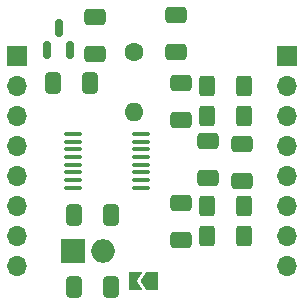
<source format=gbr>
%TF.GenerationSoftware,KiCad,Pcbnew,7.0.7*%
%TF.CreationDate,2024-03-19T13:44:43-07:00*%
%TF.ProjectId,ads7253_breakout,61647337-3235-4335-9f62-7265616b6f75,rev?*%
%TF.SameCoordinates,Original*%
%TF.FileFunction,Soldermask,Top*%
%TF.FilePolarity,Negative*%
%FSLAX46Y46*%
G04 Gerber Fmt 4.6, Leading zero omitted, Abs format (unit mm)*
G04 Created by KiCad (PCBNEW 7.0.7) date 2024-03-19 13:44:43*
%MOMM*%
%LPD*%
G01*
G04 APERTURE LIST*
G04 Aperture macros list*
%AMRoundRect*
0 Rectangle with rounded corners*
0 $1 Rounding radius*
0 $2 $3 $4 $5 $6 $7 $8 $9 X,Y pos of 4 corners*
0 Add a 4 corners polygon primitive as box body*
4,1,4,$2,$3,$4,$5,$6,$7,$8,$9,$2,$3,0*
0 Add four circle primitives for the rounded corners*
1,1,$1+$1,$2,$3*
1,1,$1+$1,$4,$5*
1,1,$1+$1,$6,$7*
1,1,$1+$1,$8,$9*
0 Add four rect primitives between the rounded corners*
20,1,$1+$1,$2,$3,$4,$5,0*
20,1,$1+$1,$4,$5,$6,$7,0*
20,1,$1+$1,$6,$7,$8,$9,0*
20,1,$1+$1,$8,$9,$2,$3,0*%
%AMFreePoly0*
4,1,6,1.000000,0.000000,0.500000,-0.750000,-0.500000,-0.750000,-0.500000,0.750000,0.500000,0.750000,1.000000,0.000000,1.000000,0.000000,$1*%
%AMFreePoly1*
4,1,6,0.500000,-0.750000,-0.650000,-0.750000,-0.150000,0.000000,-0.650000,0.750000,0.500000,0.750000,0.500000,-0.750000,0.500000,-0.750000,$1*%
G04 Aperture macros list end*
%ADD10RoundRect,0.150000X0.150000X-0.587500X0.150000X0.587500X-0.150000X0.587500X-0.150000X-0.587500X0*%
%ADD11RoundRect,0.100000X0.637500X0.100000X-0.637500X0.100000X-0.637500X-0.100000X0.637500X-0.100000X0*%
%ADD12RoundRect,0.250000X-0.400000X-0.625000X0.400000X-0.625000X0.400000X0.625000X-0.400000X0.625000X0*%
%ADD13C,1.600000*%
%ADD14O,1.600000X1.600000*%
%ADD15FreePoly0,180.000000*%
%ADD16FreePoly1,180.000000*%
%ADD17R,1.700000X1.700000*%
%ADD18O,1.700000X1.700000*%
%ADD19R,2.000000X2.000000*%
%ADD20O,2.000000X2.000000*%
%ADD21RoundRect,0.250000X-0.650000X0.412500X-0.650000X-0.412500X0.650000X-0.412500X0.650000X0.412500X0*%
%ADD22RoundRect,0.250000X0.650000X-0.412500X0.650000X0.412500X-0.650000X0.412500X-0.650000X-0.412500X0*%
%ADD23RoundRect,0.250000X0.412500X0.650000X-0.412500X0.650000X-0.412500X-0.650000X0.412500X-0.650000X0*%
%ADD24RoundRect,0.250000X-0.412500X-0.650000X0.412500X-0.650000X0.412500X0.650000X-0.412500X0.650000X0*%
G04 APERTURE END LIST*
D10*
%TO.C,U3*%
X86360000Y-75692000D03*
X88260000Y-75692000D03*
X87310000Y-73817000D03*
%TD*%
D11*
%TO.C,U1*%
X94302500Y-87350000D03*
X94302500Y-86700000D03*
X94302500Y-86050000D03*
X94302500Y-85400000D03*
X94302500Y-84750000D03*
X94302500Y-84100000D03*
X94302500Y-83450000D03*
X94302500Y-82800000D03*
X88577500Y-82800000D03*
X88577500Y-83450000D03*
X88577500Y-84100000D03*
X88577500Y-84750000D03*
X88577500Y-85400000D03*
X88577500Y-86050000D03*
X88577500Y-86700000D03*
X88577500Y-87350000D03*
%TD*%
D12*
%TO.C,R4*%
X99903750Y-81280000D03*
X103003750Y-81280000D03*
%TD*%
%TO.C,R3*%
X99903750Y-78740000D03*
X103003750Y-78740000D03*
%TD*%
%TO.C,R2*%
X99903750Y-88900000D03*
X103003750Y-88900000D03*
%TD*%
%TO.C,R1*%
X99903750Y-91440000D03*
X103003750Y-91440000D03*
%TD*%
D13*
%TO.C,L1*%
X93726000Y-75858000D03*
D14*
X93726000Y-80938000D03*
%TD*%
D15*
%TO.C,JP1*%
X95213000Y-95250000D03*
D16*
X93763000Y-95250000D03*
%TD*%
D17*
%TO.C,J2*%
X106680000Y-76200000D03*
D18*
X106680000Y-78740000D03*
X106680000Y-81280000D03*
X106680000Y-83820000D03*
X106680000Y-86360000D03*
X106680000Y-88900000D03*
X106680000Y-91440000D03*
X106680000Y-93980000D03*
%TD*%
D17*
%TO.C,J1*%
X83820000Y-76200000D03*
D18*
X83820000Y-78740000D03*
X83820000Y-81280000D03*
X83820000Y-83820000D03*
X83820000Y-86360000D03*
X83820000Y-88900000D03*
X83820000Y-91440000D03*
X83820000Y-93980000D03*
%TD*%
D19*
%TO.C,D1*%
X88569670Y-92710000D03*
D20*
X91109670Y-92710000D03*
%TD*%
D21*
%TO.C,C12*%
X90424000Y-72859500D03*
X90424000Y-75984500D03*
%TD*%
D22*
%TO.C,C9*%
X97282000Y-75858000D03*
X97282000Y-72733000D03*
%TD*%
D23*
%TO.C,C8*%
X89954500Y-78486000D03*
X86829500Y-78486000D03*
%TD*%
D24*
%TO.C,C6*%
X88607500Y-95758000D03*
X91732500Y-95758000D03*
%TD*%
%TO.C,C5*%
X88607500Y-89614000D03*
X91732500Y-89614000D03*
%TD*%
D21*
%TO.C,C4*%
X97643750Y-78447500D03*
X97643750Y-81572500D03*
%TD*%
D22*
%TO.C,C3*%
X97643750Y-88607500D03*
X97643750Y-91732500D03*
%TD*%
D21*
%TO.C,C2*%
X102870000Y-83654500D03*
X102870000Y-86779500D03*
%TD*%
D22*
%TO.C,C1*%
X99949000Y-86525500D03*
X99949000Y-83400500D03*
%TD*%
M02*

</source>
